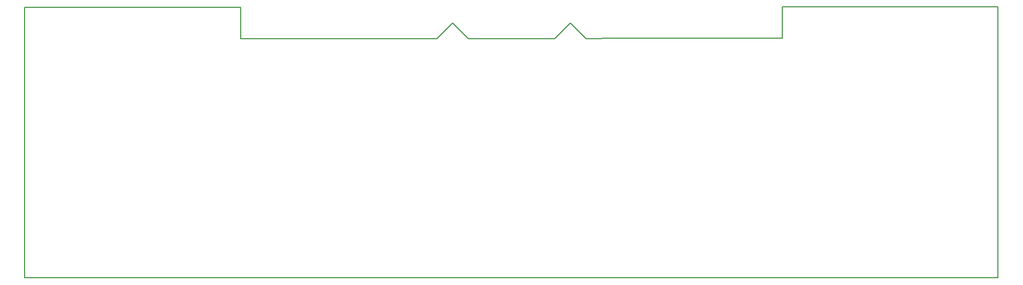
<source format=gbr>
G04 #@! TF.GenerationSoftware,KiCad,Pcbnew,(5.0.2)-1*
G04 #@! TF.CreationDate,2019-03-22T12:57:49+00:00*
G04 #@! TF.ProjectId,PCBStencil,50434253-7465-46e6-9369-6c2e6b696361,1.0*
G04 #@! TF.SameCoordinates,Original*
G04 #@! TF.FileFunction,Profile,NP*
%FSLAX46Y46*%
G04 Gerber Fmt 4.6, Leading zero omitted, Abs format (unit mm)*
G04 Created by KiCad (PCBNEW (5.0.2)-1) date 22/03/2019 12:57:49*
%MOMM*%
%LPD*%
G01*
G04 APERTURE LIST*
%ADD10C,0.150000*%
G04 APERTURE END LIST*
D10*
X229870000Y-121920000D02*
X229870000Y-136525000D01*
X229852028Y-121900624D02*
X229852028Y-107930624D01*
X163195000Y-97790000D02*
X160655000Y-95250000D01*
X160655000Y-95250000D02*
X158115000Y-97790000D01*
X158115000Y-97790000D02*
X151130000Y-97790000D01*
X168257028Y-97770624D02*
X163195000Y-97790000D01*
X194927028Y-97770624D02*
X168257028Y-97770624D01*
X194927028Y-92690624D02*
X194927028Y-97770624D01*
X219692028Y-92690624D02*
X194927028Y-92690624D01*
X224772028Y-92690624D02*
X219692028Y-92690624D01*
X229852028Y-92690624D02*
X224772028Y-92690624D01*
X229852028Y-107930624D02*
X229852028Y-92690624D01*
X144145000Y-97790000D02*
X151130000Y-97790000D01*
X141605000Y-95250000D02*
X144145000Y-97790000D01*
X139065000Y-97790000D02*
X141605000Y-95250000D01*
X133985000Y-97790000D02*
X139065000Y-97790000D01*
X107315000Y-97790000D02*
X133985000Y-97790000D01*
X107315000Y-92710000D02*
X107315000Y-97790000D01*
X82550000Y-92710000D02*
X107315000Y-92710000D01*
X77470000Y-92710000D02*
X82550000Y-92710000D01*
X72390000Y-92710000D02*
X77470000Y-92710000D01*
X72390000Y-107950000D02*
X72390000Y-92710000D01*
X72390000Y-121920000D02*
X72390000Y-107950000D01*
X72390000Y-136525000D02*
X72390000Y-121920000D01*
X72390000Y-136525000D02*
X229870000Y-136525000D01*
M02*

</source>
